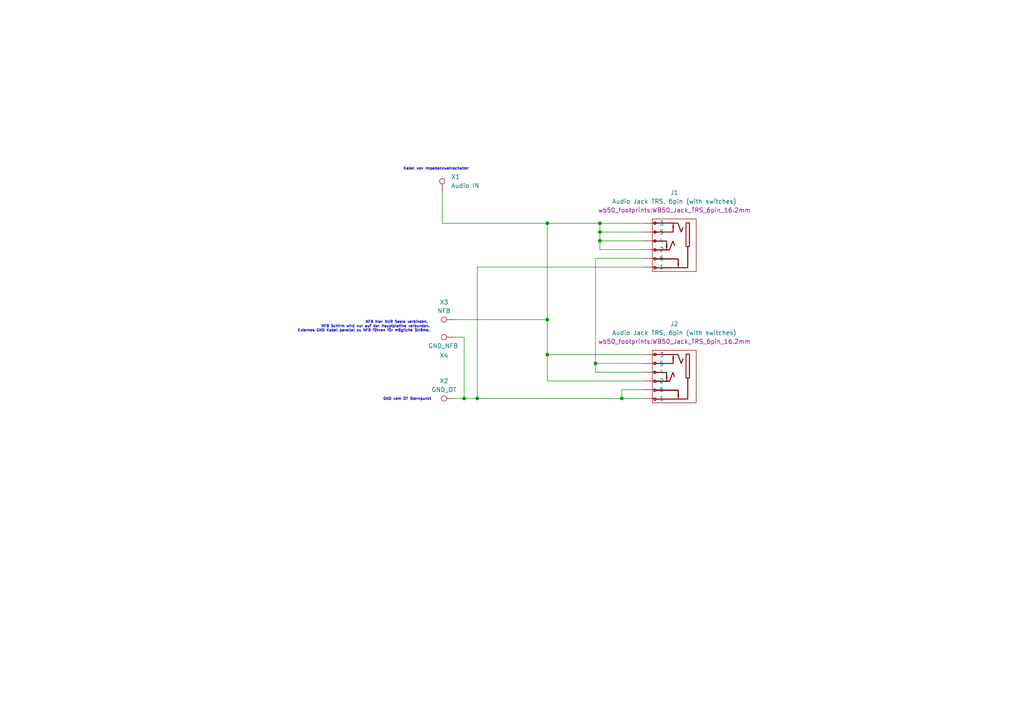
<source format=kicad_sch>
(kicad_sch
	(version 20250114)
	(generator "eeschema")
	(generator_version "9.0")
	(uuid "9821d1ec-5eb6-4f3c-af47-65741d3c97d5")
	(paper "A4")
	(lib_symbols
		(symbol "Connector:TestPoint"
			(pin_numbers
				(hide yes)
			)
			(pin_names
				(offset 0.762)
				(hide yes)
			)
			(exclude_from_sim no)
			(in_bom yes)
			(on_board yes)
			(property "Reference" "TP"
				(at 0 6.858 0)
				(effects
					(font
						(size 1.27 1.27)
					)
				)
			)
			(property "Value" "TestPoint"
				(at 0 5.08 0)
				(effects
					(font
						(size 1.27 1.27)
					)
				)
			)
			(property "Footprint" ""
				(at 5.08 0 0)
				(effects
					(font
						(size 1.27 1.27)
					)
					(hide yes)
				)
			)
			(property "Datasheet" "~"
				(at 5.08 0 0)
				(effects
					(font
						(size 1.27 1.27)
					)
					(hide yes)
				)
			)
			(property "Description" "test point"
				(at 0 0 0)
				(effects
					(font
						(size 1.27 1.27)
					)
					(hide yes)
				)
			)
			(property "ki_keywords" "test point tp"
				(at 0 0 0)
				(effects
					(font
						(size 1.27 1.27)
					)
					(hide yes)
				)
			)
			(property "ki_fp_filters" "Pin* Test*"
				(at 0 0 0)
				(effects
					(font
						(size 1.27 1.27)
					)
					(hide yes)
				)
			)
			(symbol "TestPoint_0_1"
				(circle
					(center 0 3.302)
					(radius 0.762)
					(stroke
						(width 0)
						(type default)
					)
					(fill
						(type none)
					)
				)
			)
			(symbol "TestPoint_1_1"
				(pin passive line
					(at 0 0 90)
					(length 2.54)
					(name "1"
						(effects
							(font
								(size 1.27 1.27)
							)
						)
					)
					(number "1"
						(effects
							(font
								(size 1.27 1.27)
							)
						)
					)
				)
			)
			(embedded_fonts no)
		)
		(symbol "wb50_symbols:WB50_Jack_TRS_6pin_Switched"
			(pin_numbers
				(hide yes)
			)
			(pin_names
				(offset 1.016)
			)
			(exclude_from_sim no)
			(in_bom yes)
			(on_board yes)
			(property "Reference" "J"
				(at -0.254 12.954 0)
				(effects
					(font
						(size 1.27 1.27)
					)
				)
			)
			(property "Value" "Audio Jack TRS, 6pin (with switches)"
				(at 0.254 -14.224 0)
				(effects
					(font
						(size 1.27 1.27)
					)
				)
			)
			(property "Footprint" "wb50_footprints:WB50_Jack_TRS_6pin_16.2mm"
				(at 0 -17.272 0)
				(effects
					(font
						(size 1.27 1.27)
					)
				)
			)
			(property "Datasheet" ""
				(at 0 0 0)
				(effects
					(font
						(size 1.27 1.27)
					)
				)
			)
			(property "Description" ""
				(at 0 0 0)
				(effects
					(font
						(size 1.27 1.27)
					)
					(hide yes)
				)
			)
			(symbol "WB50_Jack_TRS_6pin_Switched_0_0"
				(polyline
					(pts
						(xy 4.445 -6.985) (xy 4.5824 -6.9221) (xy 4.6026 -6.9094) (xy 4.7245 -6.8007) (xy 4.7817 -6.6661)
						(xy 4.7831 -6.4863) (xy 4.7627 -6.3819) (xy 4.6847 -6.2364) (xy 4.5532 -6.15) (xy 4.3668 -6.1214)
						(xy 4.3127 -6.1224) (xy 4.213 -6.1384) (xy 4.1301 -6.1861) (xy 4.0312 -6.2812) (xy 3.8792 -6.4409)
						(xy 0.7426 -6.4409) (xy 0.5169 -6.4409) (xy -0.0343 -6.4406) (xy -0.5126 -6.44) (xy -0.9229 -6.4389)
						(xy -1.2702 -6.4373) (xy -1.5597 -6.4349) (xy -1.7963 -6.4319) (xy -1.985 -6.4279) (xy -2.131 -6.4231)
						(xy -2.2391 -6.4171) (xy -2.3144 -6.4101) (xy -2.362 -6.4018) (xy -2.3869 -6.3922) (xy -2.3941 -6.3811)
						(xy -2.3941 -6.3802) (xy -2.3869 -6.3169) (xy -2.3684 -6.1931) (xy -2.3411 -6.0264) (xy -2.308 -5.8341)
						(xy -2.3038 -5.8101) (xy -2.2687 -5.5949) (xy -2.2515 -5.4487) (xy -2.2515 -5.3635) (xy -2.268 -5.3314)
						(xy -2.2736 -5.3275) (xy -2.2919 -5.2736) (xy -2.3045 -5.1543) (xy -2.3119 -4.9648) (xy -2.3142 -4.7003)
						(xy -2.3142 -4.0846) (xy 0.8182 -4.0846) (xy 1.0208 -4.0846) (xy 1.5685 -4.0847) (xy 2.0434 -4.0849)
						(xy 2.4507 -4.0855) (xy 2.7956 -4.0865) (xy 3.0835 -4.0881) (xy 3.3194 -4.0904) (xy 3.5088 -4.0937)
						(xy 3.6569 -4.0979) (xy 3.7689 -4.1033) (xy 3.85 -4.1099) (xy 3.9055 -4.118) (xy 3.9407 -4.1276)
						(xy 3.9608 -4.139) (xy 3.9711 -4.1521) (xy 3.9768 -4.1672) (xy 4.0127 -4.2292) (xy 4.1148 -4.3154)
						(xy 4.2497 -4.3791) (xy 4.3892 -4.404) (xy 4.4293 -4.4018) (xy 4.5413 -4.3641) (xy 4.6588 -4.2683)
						(xy 4.7389 -4.1777) (xy 4.7832 -4.0826) (xy 4.7937 -3.9588) (xy 4.7674 -3.7936) (xy 4.679 -3.6489)
						(xy 4.5347 -3.5574) (xy 4.341 -3.5255) (xy 4.3116 -3.5274) (xy 4.1931 -3.5625) (xy 4.0779 -3.629)
						(xy 3.9905 -3.71) (xy 3.9559 -3.7886) (xy 3.9559 -3.789) (xy 3.9461 -3.7993) (xy 3.9146 -3.8083)
						(xy 3.8565 -3.8161) (xy 3.767 -3.8228) (xy 3.6413 -3.8283) (xy 3.4745 -3.8329) (xy 3.2618 -3.8366)
						(xy 2.9982 -3.8395) (xy 2.679 -3.8417) (xy 2.2994 -3.8433) (xy 1.8544 -3.8443) (xy 1.3392 -3.8448)
						(xy 0.749 -3.845) (xy 0.6328 -3.845) (xy 0.0309 -3.8454) (xy -0.4958 -3.8464) (xy -0.9512 -3.8481)
						(xy -1.3394 -3.8505) (xy -1.6643 -3.8537) (xy -1.9298 -3.8578) (xy -2.1399 -3.8628) (xy -2.2987 -3.8687)
						(xy -2.4099 -3.8757) (xy -2.4777 -3.8837) (xy -2.5059 -3.8929) (xy -2.5152 -3.9081) (xy -2.5326 -3.9865)
						(xy -2.5351 -4.0168) (xy 4.1318 -4.0168) (xy 4.1348 -3.9296) (xy 4.1419 -3.9048) (xy 4.2103 -3.7934)
						(xy 4.312 -3.7337) (xy 4.4254 -3.7329) (xy 4.5288 -3.7982) (xy 4.5802 -3.8836) (xy 4.5846 -4.0079)
						(xy 4.515 -4.1246) (xy 4.5051 -4.1342) (xy 4.417 -4.1939) (xy 4.3289 -4.1891) (xy 4.2179 -4.1193)
						(xy 4.1829 -4.0898) (xy 4.1318 -4.0168) (xy -2.5351 -4.0168) (xy -2.5446 -4.1292) (xy -2.5516 -4.3415)
						(xy -2.5538 -4.6284) (xy -2.5547 -4.8263) (xy -2.5594 -5.051) (xy -2.5683 -5.2062) (xy -2.582 -5.2977)
						(xy -2.6009 -5.3317) (xy -2.6101 -5.3446) (xy -2.6163 -5.425) (xy -2.606 -5.5717) (xy -2.5801 -5.7769)
						(xy -2.5395 -6.0326) (xy -2.4851 -6.3311) (xy -2.464 -6.4409) (xy -3.7669 -6.4409) (xy -5.0699 -6.4409)
						(xy -5.0699 -3.4675) (xy -5.0699 -0.4941) (xy -4.8203 -0.4822) (xy -4.5707 -0.4703) (xy -4.5707 3.0442)
						(xy -4.5707 6.5586) (xy -5.1467 6.5697) (xy -5.3073 6.5721) (xy -5.5058 6.5714) (xy -5.6402 6.5645)
						(xy -5.7201 6.5509) (xy -5.7551 6.5298) (xy -5.7588 6.5012) (xy -5.7636 6.3976) (xy -5.7681 6.2245)
						(xy -5.7722 5.9878) (xy -5.776 5.6932) (xy -5.7794 5.3468) (xy -5.7823 4.9544) (xy -5.7847 4.5218)
						(xy -5.7865 4.055) (xy -5.7877 3.5598) (xy -5.7881 3.0422) (xy -5.7881 2.647) (xy -5.7876 2.0554)
						(xy -5.7865 1.5374) (xy -5.7848 1.0893) (xy -5.7823 0.7071) (xy -5.7791 0.3872) (xy -5.775 0.1256)
						(xy -5.7701 -0.0816) (xy -5.7643 -0.2381) (xy -5.7613 -0.2866) (xy -5.5491 -0.2866) (xy -5.5491 3.0461)
						(xy -5.5491 6.3789) (xy -5.1498 6.3789) (xy -4.7504 6.3789) (xy -4.7504 3.0457) (xy -4.7504 -0.2876)
						(xy -5.1498 -0.2871) (xy -5.5491 -0.2866) (xy -5.7613 -0.2866) (xy -5.7575 -0.3478) (xy -5.7497 -0.4146)
						(xy -5.7408 -0.4424) (xy -5.7089 -0.4598) (xy -5.6104 -0.4817) (xy -5.4815 -0.4903) (xy -5.2701 -0.4903)
						(xy -5.2598 -3.5554) (xy -5.25 -6.498) (xy 4.1274 -6.498) (xy 4.1955 -6.401) (xy 4.3025 -6.3359)
						(xy 4.4259 -6.3282) (xy 4.5321 -6.3839) (xy 4.5588 -6.4201) (xy 4.5905 -6.5242) (xy 4.5864 -6.6336)
						(xy 4.545 -6.7107) (xy 4.4488 -6.7682) (xy 4.3291 -6.776) (xy 4.2162 -6.7048) (xy 4.2094 -6.6979)
						(xy 4.1317 -6.5918) (xy 4.1274 -6.498) (xy -5.25 -6.498) (xy -5.2496 -6.6206) (xy -0.6677 -6.6308)
						(xy 3.9141 -6.6409) (xy 3.9775 -6.7636) (xy 4.0589 -6.8657) (xy 4.1682 -6.9416) (xy 4.3147 -6.9895)
						(xy 4.445 -6.985)
					)
					(stroke
						(width 0.01)
						(type default)
					)
					(fill
						(type outline)
					)
				)
				(polyline
					(pts
						(xy 4.5079 -1.7797) (xy 4.6588 -1.6724) (xy 4.7661 -1.5175) (xy 4.798 -1.3434) (xy 4.7512 -1.1577)
						(xy 4.6935 -1.0694) (xy 4.5677 -0.9774) (xy 4.4146 -0.9365) (xy 4.2555 -0.9476) (xy 4.1116 -1.0113)
						(xy 4.0042 -1.1287) (xy 3.9359 -1.2486) (xy 2.4683 -1.2488) (xy 2.1269 -1.2483) (xy 1.7677 -1.2462)
						(xy 1.4819 -1.2421) (xy 1.2659 -1.2361) (xy 1.1161 -1.228) (xy 1.0288 -1.2177) (xy 1.0006 -1.2051)
						(xy 1.0007 -1.2026) (xy 1.0084 -1.1404) (xy 1.0269 -1.0178) (xy 1.0535 -0.8514) (xy 1.0856 -0.6577)
						(xy 1.0871 -0.6488) (xy 1.1227 -0.4218) (xy 1.1406 -0.2657) (xy 1.1414 -0.1737) (xy 1.1256 -0.1392)
						(xy 1.1232 -0.1381) (xy 1.1042 -0.0894) (xy 1.0908 0.0297) (xy 1.083 0.2223) (xy 1.0804 0.4915)
						(xy 1.0804 1.1072) (xy 2.5155 1.1072) (xy 2.5468 1.1072) (xy 2.9173 1.107) (xy 3.2164 1.1063)
						(xy 3.4519 1.1045) (xy 3.6316 1.1013) (xy 3.7632 1.0963) (xy 3.8547 1.0889) (xy 3.9139 1.0789)
						(xy 3.9485 1.0657) (xy 3.9665 1.049) (xy 3.9755 1.0284) (xy 3.9862 1.0016) (xy 4.0716 0.8962)
						(xy 4.1992 0.8182) (xy 4.3388 0.7877) (xy 4.5294 0.8183) (xy 4.6739 0.9097) (xy 4.7637 1.0576)
						(xy 4.7946 1.2575) (xy 4.7934 1.2895) (xy 4.7484 1.4405) (xy 4.6513 1.5536) (xy 4.5188 1.6251)
						(xy 4.3681 1.6517) (xy 4.216 1.6298) (xy 4.0796 1.5559) (xy 3.9758 1.4265) (xy 3.9144 1.3078)
						(xy 2.3876 1.2974) (xy 0.8608 1.2869) (xy 0.8589 1.1673) (xy 4.1265 1.1673) (xy 4.133 1.2618)
						(xy 4.2137 1.3686) (xy 4.2166 1.3715) (xy 4.3147 1.4484) (xy 4.4024 1.4583) (xy 4.5061 1.4045)
						(xy 4.5345 1.3801) (xy 4.5881 1.2758) (xy 4.5844 1.1562) (xy 4.5219 1.0535) (xy 4.4364 1.0021)
						(xy 4.3122 0.9977) (xy 4.1955 1.0673) (xy 4.1931 1.0697) (xy 4.1265 1.1673) (xy 0.8589 1.1673)
						(xy 0.8498 0.5898) (xy 0.8473 0.4608) (xy 0.8391 0.2212) (xy 0.8277 0.0369) (xy 0.8136 -0.0839)
						(xy 0.7975 -0.1329) (xy 0.7872 -0.1537) (xy 0.7848 -0.2483) (xy 0.8019 -0.4183) (xy 0.8384 -0.6647)
						(xy 0.8426 -0.6904) (xy 0.8731 -0.8817) (xy 0.8979 -1.0432) (xy 0.9146 -1.1586) (xy 0.9207 -1.2115)
						(xy 0.9187 -1.2166) (xy 0.8636 -1.234) (xy 0.7391 -1.2422) (xy 0.5534 -1.2406) (xy 0.1862 -1.2291)
						(xy -0.2954 0.0284) (xy -0.3814 0.2522) (xy -0.5059 0.572) (xy -0.6079 0.8259) (xy -0.6905 1.0195)
						(xy -0.7569 1.1585) (xy -0.81 1.2486) (xy -0.8531 1.2955) (xy -0.8892 1.3048) (xy -0.9214 1.2823)
						(xy -0.9529 1.2335) (xy -0.9586 1.2224) (xy -1.0054 1.118) (xy -1.0655 0.9673) (xy -1.1336 0.7852)
						(xy -1.2045 0.587) (xy -1.2731 0.3877) (xy -1.334 0.2026) (xy -1.382 0.0467) (xy -1.4121 -0.0649)
						(xy -1.4188 -0.117) (xy -1.3967 -0.1461) (xy -1.3269 -0.1634) (xy -1.2919 -0.1369) (xy -1.2353 -0.0453)
						(xy -1.1617 0.1152) (xy -1.0692 0.3488) (xy -1.0536 0.3901) (xy -0.9845 0.5728) (xy -0.9265 0.7256)
						(xy -0.8855 0.8338) (xy -0.867 0.8821) (xy -0.8507 0.8605) (xy -0.8108 0.7751) (xy -0.7523 0.6364)
						(xy -0.6797 0.4554) (xy -0.5977 0.2431) (xy -0.5475 0.111) (xy -0.4421 -0.1666) (xy -0.3347 -0.4495)
						(xy -0.2353 -0.711) (xy -0.1542 -0.9246) (xy -0.1408 -0.9598) (xy -0.0673 -1.1427) (xy -0.0001 -1.296)
						(xy 0.0454 -1.3874) (xy 4.1279 -1.3874) (xy 4.129 -1.2995) (xy 4.1955 -1.2091) (xy 4.265 -1.1556)
						(xy 4.3792 -1.1347) (xy 4.5061 -1.1914) (xy 4.5201 -1.2021) (xy 4.5844 -1.2999) (xy 4.5829 -1.4168)
						(xy 4.515 -1.5286) (xy 4.4084 -1.5978) (xy 4.3012 -1.5903) (xy 4.1984 -1.5033) (xy 4.1926 -1.4959)
						(xy 4.1279 -1.3874) (xy 0.0454 -1.3874) (xy 0.0539 -1.4045) (xy 0.0877 -1.4531) (xy 0.1373 -1.46)
						(xy 0.2587 -1.4665) (xy 0.444 -1.4724) (xy 0.6851 -1.4776) (xy 0.9739 -1.4819) (xy 1.3023 -1.4851)
						(xy 1.6625 -1.4873) (xy 2.0462 -1.4881) (xy 2.4325 -1.4883) (xy 2.8073 -1.4887) (xy 3.115 -1.4897)
						(xy 3.3622 -1.4915) (xy 3.5558 -1.4945) (xy 3.7025 -1.4988) (xy 3.809 -1.5049) (xy 3.8822 -1.513)
						(xy 3.9288 -1.5234) (xy 3.9556 -1.5364) (xy 3.9693 -1.5523) (xy 3.9768 -1.5713) (xy 3.9799 -1.5798)
						(xy 4.0374 -1.6575) (xy 4.1292 -1.7309) (xy 4.176 -1.7571) (xy 4.3476 -1.8079) (xy 4.5079 -1.7797)
					)
					(stroke
						(width 0.01)
						(type default)
					)
					(fill
						(type outline)
					)
				)
				(polyline
					(pts
						(xy 4.5971 3.4247) (xy 4.6149 3.4356) (xy 4.7053 3.5351) (xy 4.7699 3.6791) (xy 4.7946 3.8379)
						(xy 4.7864 3.9109) (xy 4.7198 4.0607) (xy 4.6031 4.1801) (xy 4.4566 4.2446) (xy 4.3861 4.2504)
						(xy 4.2225 4.2184) (xy 4.0746 4.1358) (xy 3.9731 4.0172) (xy 3.9139 3.9028) (xy 1.5387 3.9028)
						(xy -0.8365 3.9028) (xy -0.8365 4.5418) (xy -0.8358 4.7693) (xy -0.8326 4.9468) (xy -0.8259 5.0657)
						(xy -0.8146 5.137) (xy -0.7976 5.1717) (xy -0.7739 5.1808) (xy -0.7382 5.1917) (xy -0.7322 5.2507)
						(xy -0.7391 5.2785) (xy -0.7595 5.3801) (xy -0.7864 5.5277) (xy -0.8158 5.7) (xy -0.8304 5.7876)
						(xy -0.8596 5.9599) (xy -0.8844 6.1019) (xy -0.9006 6.1892) (xy -0.9228 6.299) (xy 1.4891 6.299)
						(xy 3.901 6.299) (xy 3.9922 6.1756) (xy 4.02 6.1407) (xy 4.1652 6.0206) (xy 4.3305 5.9648) (xy 4.4979 5.9805)
						(xy 4.4993 5.9809) (xy 4.6181 6.0427) (xy 4.7141 6.1276) (xy 4.755 6.1988) (xy 4.7913 6.3538)
						(xy 4.7832 6.5178) (xy 4.7295 6.6538) (xy 4.7165 6.6709) (xy 4.5931 6.7705) (xy 4.4351 6.8292)
						(xy 4.2785 6.8328) (xy 4.178 6.7934) (xy 4.071 6.7189) (xy 3.9888 6.6318) (xy 3.9559 6.5534) (xy 3.9525 6.5475)
						(xy 3.9281 6.5381) (xy 3.876 6.5298) (xy 3.7916 6.5225) (xy 3.67 6.5163) (xy 3.5066 6.5109) (xy 3.2966 6.5062)
						(xy 3.0352 6.5022) (xy 2.7177 6.4988) (xy 2.3393 6.4959) (xy 1.8953 6.4933) (xy 1.3809 6.4911)
						(xy 0.7914 6.489) (xy -2.373 6.4788) (xy -2.3995 6.4099) (xy 4.1229 6.4099) (xy 4.1592 6.4933)
						(xy 4.2013 6.5463) (xy 4.3079 6.6045) (xy 4.4278 6.6102) (xy 4.53 6.5579) (xy 4.5822 6.4687) (xy 4.5873 6.3474)
						(xy 4.5321 6.242) (xy 4.5005 6.216) (xy 4.3844 6.1784) (xy 4.2636 6.2021) (xy 4.1689 6.2837) (xy 4.1345 6.3418)
						(xy 4.1229 6.4099) (xy -2.3995 6.4099) (xy -2.8129 5.3335) (xy -2.8602 5.2105) (xy -2.9669 4.9346)
						(xy -3.0635 4.6871) (xy -3.1463 4.4773) (xy -3.2117 4.3143) (xy -3.2559 4.2075) (xy -3.2753 4.166)
						(xy -3.2771 4.1656) (xy -3.302 4.2035) (xy -3.3465 4.3013) (xy -3.4049 4.4457) (xy -3.4714 4.6235)
						(xy -3.4769 4.6386) (xy -3.5468 4.8256) (xy -3.6113 4.9882) (xy -3.6634 5.1093) (xy -3.696 5.172)
						(xy -3.7162 5.1976) (xy -3.7569 5.2191) (xy -3.8114 5.1774) (xy -3.8257 5.1609) (xy -3.8394 5.127)
						(xy -3.8384 5.0748) (xy -3.8199 4.9932) (xy -3.7812 4.8707) (xy -3.7193 4.6963) (xy -3.6315 4.4586)
						(xy -3.5645 4.2821) (xy -3.4849 4.082) (xy -3.4151 3.9165) (xy -3.3607 3.799) (xy -3.3276 3.7431)
						(xy -3.311 3.727) (xy -3.2646 3.7048) (xy -3.2192 3.7485) (xy -3.2053 3.7751) (xy -3.1632 3.8714)
						(xy -3.0991 4.027) (xy -3.0167 4.2326) (xy -2.9196 4.4789) (xy -2.8117 4.7566) (xy -2.6966 5.0565)
						(xy -2.2226 6.299) (xy -1.5887 6.299) (xy -0.9548 6.299) (xy -0.9753 6.2092) (xy -0.9769 6.2021)
						(xy -0.992 6.1249) (xy -1.0157 5.9967) (xy -1.0449 5.8361) (xy -1.0761 5.6615) (xy -1.1061 5.4915)
						(xy -1.1317 5.3445) (xy -1.1494 5.2391) (xy -1.156 5.1938) (xy -1.1497 5.188) (xy -1.097 5.1808)
						(xy -1.0948 5.1807) (xy -1.0739 5.1673) (xy -1.0581 5.124) (xy -1.0465 5.0408) (xy -1.0381 4.9078)
						(xy -1.032 4.7148) (xy -1.0271 4.4519) (xy -1.0169 3.7657) (xy 4.1257 3.7657) (xy 4.1342 3.8597)
						(xy 4.2162 3.967) (xy 4.2246 3.9753) (xy 4.3176 4.0401) (xy 4.4059 4.041) (xy 4.4131 4.0388) (xy 4.5252 3.97)
						(xy 4.5852 3.8671) (xy 4.5863 3.7526) (xy 4.5219 3.6494) (xy 4.4364 3.598) (xy 4.3122 3.5936)
						(xy 4.1955 3.6632) (xy 4.1896 3.6692) (xy 4.1257 3.7657) (xy -1.0169 3.7657) (xy -1.0163 3.7231)
						(xy 1.4672 3.7128) (xy 1.6572 3.712) (xy 2.1368 3.7099) (xy 2.5446 3.7078) (xy 2.8864 3.7054)
						(xy 3.1681 3.7027) (xy 3.3957 3.6993) (xy 3.575 3.695) (xy 3.7121 3.6897) (xy 3.8126 3.6831) (xy 3.8827 3.6751)
						(xy 3.9281 3.6654) (xy 3.9548 3.6537) (xy 3.9687 3.64) (xy 3.9756 3.624) (xy 4.0228 3.5456) (xy 4.1034 3.4645)
						(xy 4.1507 3.4351) (xy 4.297 3.3911) (xy 4.459 3.3866) (xy 4.5971 3.4247)
					)
					(stroke
						(width 0.01)
						(type default)
					)
					(fill
						(type outline)
					)
				)
			)
			(symbol "WB50_Jack_TRS_6pin_Switched_0_1"
				(rectangle
					(start -7.62 7.62)
					(end 5.08 -7.62)
					(stroke
						(width 0)
						(type default)
					)
					(fill
						(type none)
					)
				)
			)
			(symbol "WB50_Jack_TRS_6pin_Switched_1_1"
				(pin passive line
					(at 7.62 6.35 180)
					(length 3.5)
					(name "3"
						(effects
							(font
								(size 1.27 1.27)
							)
						)
					)
					(number "3"
						(effects
							(font
								(size 1.27 1.27)
							)
						)
					)
				)
				(pin passive line
					(at 7.62 3.81 180)
					(length 3.5)
					(name "5"
						(effects
							(font
								(size 1.27 1.27)
							)
						)
					)
					(number "5"
						(effects
							(font
								(size 1.27 1.27)
							)
						)
					)
				)
				(pin passive line
					(at 7.62 1.27 180)
					(length 3.5)
					(name "4"
						(effects
							(font
								(size 1.27 1.27)
							)
						)
					)
					(number "4"
						(effects
							(font
								(size 1.27 1.27)
							)
						)
					)
				)
				(pin passive line
					(at 7.62 -1.27 180)
					(length 3.5)
					(name "2"
						(effects
							(font
								(size 1.27 1.27)
							)
						)
					)
					(number "2"
						(effects
							(font
								(size 1.27 1.27)
							)
						)
					)
				)
				(pin passive line
					(at 7.62 -3.81 180)
					(length 3.5)
					(name "6"
						(effects
							(font
								(size 1.27 1.27)
							)
						)
					)
					(number "6"
						(effects
							(font
								(size 1.27 1.27)
							)
						)
					)
				)
				(pin passive line
					(at 7.62 -6.35 180)
					(length 3.5)
					(name "1"
						(effects
							(font
								(size 1.27 1.27)
							)
						)
					)
					(number "1"
						(effects
							(font
								(size 1.27 1.27)
							)
						)
					)
				)
			)
			(embedded_fonts no)
		)
	)
	(text "Kabel von Impedanzwahlschalter"
		(exclude_from_sim no)
		(at 126.492 49.022 0)
		(effects
			(font
				(size 0.762 0.762)
			)
		)
		(uuid "1b266b62-7a6f-401a-8ac6-7389567b7143")
	)
	(text "NFB hier NUR Seele verbinden. \nNFB Schirm wird nur auf der Hauptplatine verbunden.\nExternes GND Kabel parallel zu NFB führen für mögliche Ströme."
		(exclude_from_sim no)
		(at 124.714 94.742 0)
		(effects
			(font
				(size 0.762 0.762)
			)
			(justify right)
		)
		(uuid "61782515-fbfd-4af1-986b-d7bdeea31f85")
	)
	(text "GND vom OT Sternpunkt"
		(exclude_from_sim no)
		(at 118.11 115.824 0)
		(effects
			(font
				(size 0.762 0.762)
			)
		)
		(uuid "76c33f48-1f2e-4d12-87d8-6c82640df007")
	)
	(junction
		(at 173.99 67.31)
		(diameter 0)
		(color 0 0 0 0)
		(uuid "00033e26-b0f7-420f-af93-6231fe214aeb")
	)
	(junction
		(at 180.34 115.57)
		(diameter 0)
		(color 0 0 0 0)
		(uuid "0434d75f-beda-4991-8d18-58b1f4997179")
	)
	(junction
		(at 158.75 64.77)
		(diameter 0)
		(color 0 0 0 0)
		(uuid "35d875a7-4ac0-4e06-b94c-7656a98e6635")
	)
	(junction
		(at 158.75 102.87)
		(diameter 0)
		(color 0 0 0 0)
		(uuid "386940c4-07d2-42ab-a7ec-fd0dad970670")
	)
	(junction
		(at 172.72 105.41)
		(diameter 0)
		(color 0 0 0 0)
		(uuid "7f336058-bb95-46fb-989b-c2238853a288")
	)
	(junction
		(at 134.62 115.57)
		(diameter 0)
		(color 0 0 0 0)
		(uuid "820bf160-9fd1-4602-af4d-6825e6ea44ce")
	)
	(junction
		(at 158.75 92.71)
		(diameter 0)
		(color 0 0 0 0)
		(uuid "8819cafc-a98a-46f3-b757-5ca1a876b9cc")
	)
	(junction
		(at 173.99 64.77)
		(diameter 0)
		(color 0 0 0 0)
		(uuid "a401f152-2151-4406-9140-40bc0946e845")
	)
	(junction
		(at 138.43 115.57)
		(diameter 0)
		(color 0 0 0 0)
		(uuid "abb9b1e7-77b4-4a6e-8df5-905b32c4e444")
	)
	(junction
		(at 173.99 69.85)
		(diameter 0)
		(color 0 0 0 0)
		(uuid "db4ac5b2-0fc2-49f1-b932-c9cc5da82606")
	)
	(wire
		(pts
			(xy 172.72 74.93) (xy 186.69 74.93)
		)
		(stroke
			(width 0)
			(type default)
		)
		(uuid "003dfff0-ace8-4845-8465-85d050eb7993")
	)
	(wire
		(pts
			(xy 173.99 69.85) (xy 186.69 69.85)
		)
		(stroke
			(width 0)
			(type default)
		)
		(uuid "02a28763-eb84-444a-9103-16d1b546d2a6")
	)
	(wire
		(pts
			(xy 180.34 115.57) (xy 138.43 115.57)
		)
		(stroke
			(width 0)
			(type default)
		)
		(uuid "08bdb38d-e220-472e-972d-19a35c84c870")
	)
	(wire
		(pts
			(xy 132.08 92.71) (xy 158.75 92.71)
		)
		(stroke
			(width 0)
			(type default)
		)
		(uuid "0bc0a708-fae1-4515-8b07-aef7715b6aac")
	)
	(wire
		(pts
			(xy 134.62 97.79) (xy 134.62 115.57)
		)
		(stroke
			(width 0)
			(type default)
		)
		(uuid "2b5e0969-1821-4de2-8b18-e5589ec7247f")
	)
	(wire
		(pts
			(xy 173.99 69.85) (xy 173.99 67.31)
		)
		(stroke
			(width 0)
			(type default)
		)
		(uuid "34319007-190f-46ac-b654-e545501778f8")
	)
	(wire
		(pts
			(xy 186.69 115.57) (xy 180.34 115.57)
		)
		(stroke
			(width 0)
			(type default)
		)
		(uuid "35efe5a5-975d-4de1-a4c8-089a213db19c")
	)
	(wire
		(pts
			(xy 186.69 67.31) (xy 173.99 67.31)
		)
		(stroke
			(width 0)
			(type default)
		)
		(uuid "4154f8c9-5780-43c5-a748-72557a26243c")
	)
	(wire
		(pts
			(xy 138.43 77.47) (xy 138.43 115.57)
		)
		(stroke
			(width 0)
			(type default)
		)
		(uuid "4b8ab98b-95eb-49ff-b5ba-114f1ef87b4a")
	)
	(wire
		(pts
			(xy 186.69 105.41) (xy 172.72 105.41)
		)
		(stroke
			(width 0)
			(type default)
		)
		(uuid "4ea4e23c-501e-4529-b43a-2158a3ba0e0e")
	)
	(wire
		(pts
			(xy 158.75 64.77) (xy 173.99 64.77)
		)
		(stroke
			(width 0)
			(type default)
		)
		(uuid "526f9342-e385-4191-a095-7da2fc0f28ca")
	)
	(wire
		(pts
			(xy 186.69 72.39) (xy 173.99 72.39)
		)
		(stroke
			(width 0)
			(type default)
		)
		(uuid "5d12bab3-1d20-4ff4-8991-4bd7b2c02de2")
	)
	(wire
		(pts
			(xy 173.99 64.77) (xy 186.69 64.77)
		)
		(stroke
			(width 0)
			(type default)
		)
		(uuid "5f482f7b-fbc2-483e-897c-6b7a667f201a")
	)
	(wire
		(pts
			(xy 132.08 97.79) (xy 134.62 97.79)
		)
		(stroke
			(width 0)
			(type default)
		)
		(uuid "72954ee9-2a7e-4cef-83cc-6a05a0c0b33d")
	)
	(wire
		(pts
			(xy 172.72 107.95) (xy 172.72 105.41)
		)
		(stroke
			(width 0)
			(type default)
		)
		(uuid "7f061a2e-4184-4652-996e-dd7b6b8c1dbd")
	)
	(wire
		(pts
			(xy 186.69 107.95) (xy 172.72 107.95)
		)
		(stroke
			(width 0)
			(type default)
		)
		(uuid "867e5b8a-502e-4f4c-ba96-d332748ae09f")
	)
	(wire
		(pts
			(xy 128.27 55.88) (xy 128.27 64.77)
		)
		(stroke
			(width 0)
			(type default)
		)
		(uuid "94b335fd-5832-46c1-8a29-d7aae521afc2")
	)
	(wire
		(pts
			(xy 186.69 110.49) (xy 158.75 110.49)
		)
		(stroke
			(width 0)
			(type default)
		)
		(uuid "ab0792a8-f120-4466-9eb3-d7b8a1408223")
	)
	(wire
		(pts
			(xy 173.99 67.31) (xy 173.99 64.77)
		)
		(stroke
			(width 0)
			(type default)
		)
		(uuid "b661e568-c24e-4ed8-8f68-b127084ffdef")
	)
	(wire
		(pts
			(xy 138.43 115.57) (xy 134.62 115.57)
		)
		(stroke
			(width 0)
			(type default)
		)
		(uuid "b8ec461c-bb52-4d87-ae19-1fc6f32db82b")
	)
	(wire
		(pts
			(xy 158.75 92.71) (xy 158.75 64.77)
		)
		(stroke
			(width 0)
			(type default)
		)
		(uuid "ba107a0c-bb93-4af3-8b4e-6324674bd53a")
	)
	(wire
		(pts
			(xy 134.62 115.57) (xy 132.08 115.57)
		)
		(stroke
			(width 0)
			(type default)
		)
		(uuid "be81b502-4f51-495c-babf-ff93468690b9")
	)
	(wire
		(pts
			(xy 158.75 102.87) (xy 158.75 92.71)
		)
		(stroke
			(width 0)
			(type default)
		)
		(uuid "d90229e1-4b48-42a3-881e-5b8de0a95fb9")
	)
	(wire
		(pts
			(xy 186.69 102.87) (xy 158.75 102.87)
		)
		(stroke
			(width 0)
			(type default)
		)
		(uuid "defc7d98-6b42-4102-b77f-e7aa36b04683")
	)
	(wire
		(pts
			(xy 158.75 110.49) (xy 158.75 102.87)
		)
		(stroke
			(width 0)
			(type default)
		)
		(uuid "e98631cf-ecf8-437d-aad9-d33555da4a1e")
	)
	(wire
		(pts
			(xy 173.99 72.39) (xy 173.99 69.85)
		)
		(stroke
			(width 0)
			(type default)
		)
		(uuid "e9f207e7-555f-41c7-803c-a8420546c2a6")
	)
	(wire
		(pts
			(xy 172.72 105.41) (xy 172.72 74.93)
		)
		(stroke
			(width 0)
			(type default)
		)
		(uuid "ec26045b-571c-4f08-ad5a-09137d893920")
	)
	(wire
		(pts
			(xy 128.27 64.77) (xy 158.75 64.77)
		)
		(stroke
			(width 0)
			(type default)
		)
		(uuid "ef88579a-2311-4973-aee0-ca8c2317a7d2")
	)
	(wire
		(pts
			(xy 186.69 77.47) (xy 138.43 77.47)
		)
		(stroke
			(width 0)
			(type default)
		)
		(uuid "f249ad18-769b-4765-91f7-9ad7aa53979f")
	)
	(wire
		(pts
			(xy 180.34 113.03) (xy 180.34 115.57)
		)
		(stroke
			(width 0)
			(type default)
		)
		(uuid "f58c82c4-d5cb-4807-82a4-d9d8d69729d1")
	)
	(wire
		(pts
			(xy 186.69 113.03) (xy 180.34 113.03)
		)
		(stroke
			(width 0)
			(type default)
		)
		(uuid "f678d05a-9433-4a84-a6cc-f05779f4fd12")
	)
	(symbol
		(lib_id "Connector:TestPoint")
		(at 132.08 97.79 90)
		(unit 1)
		(exclude_from_sim no)
		(in_bom yes)
		(on_board yes)
		(dnp no)
		(uuid "1be8965d-4957-47cf-b726-306aee0dc3f2")
		(property "Reference" "X4"
			(at 128.778 103.124 90)
			(effects
				(font
					(size 1.27 1.27)
				)
			)
		)
		(property "Value" "GND_NFB"
			(at 128.524 100.33 90)
			(effects
				(font
					(size 1.27 1.27)
				)
			)
		)
		(property "Footprint" "TestPoint:TestPoint_THTPad_D4.0mm_Drill2.0mm"
			(at 132.08 92.71 0)
			(effects
				(font
					(size 1.27 1.27)
				)
				(hide yes)
			)
		)
		(property "Datasheet" "~"
			(at 132.08 92.71 0)
			(effects
				(font
					(size 1.27 1.27)
				)
				(hide yes)
			)
		)
		(property "Description" "test point"
			(at 132.08 97.79 0)
			(effects
				(font
					(size 1.27 1.27)
				)
				(hide yes)
			)
		)
		(pin "1"
			(uuid "78076ec5-2b46-4099-a76f-1b45351426a7")
		)
		(instances
			(project "wb50_back"
				(path "/9821d1ec-5eb6-4f3c-af47-65741d3c97d5"
					(reference "X4")
					(unit 1)
				)
			)
		)
	)
	(symbol
		(lib_id "Connector:TestPoint")
		(at 128.27 55.88 0)
		(unit 1)
		(exclude_from_sim no)
		(in_bom yes)
		(on_board yes)
		(dnp no)
		(fields_autoplaced yes)
		(uuid "2e1c39e0-b170-4f29-b545-d39210f7ec6d")
		(property "Reference" "X1"
			(at 130.81 51.3079 0)
			(effects
				(font
					(size 1.27 1.27)
				)
				(justify left)
			)
		)
		(property "Value" "Audio IN"
			(at 130.81 53.8479 0)
			(effects
				(font
					(size 1.27 1.27)
				)
				(justify left)
			)
		)
		(property "Footprint" "TestPoint:TestPoint_THTPad_D4.0mm_Drill2.0mm"
			(at 133.35 55.88 0)
			(effects
				(font
					(size 1.27 1.27)
				)
				(hide yes)
			)
		)
		(property "Datasheet" "~"
			(at 133.35 55.88 0)
			(effects
				(font
					(size 1.27 1.27)
				)
				(hide yes)
			)
		)
		(property "Description" "test point"
			(at 128.27 55.88 0)
			(effects
				(font
					(size 1.27 1.27)
				)
				(hide yes)
			)
		)
		(pin "1"
			(uuid "d83f908d-94f6-4b2d-9c7c-7706111cf200")
		)
		(instances
			(project ""
				(path "/9821d1ec-5eb6-4f3c-af47-65741d3c97d5"
					(reference "X1")
					(unit 1)
				)
			)
		)
	)
	(symbol
		(lib_id "Connector:TestPoint")
		(at 132.08 115.57 90)
		(unit 1)
		(exclude_from_sim no)
		(in_bom yes)
		(on_board yes)
		(dnp no)
		(fields_autoplaced yes)
		(uuid "444bf93e-f959-417a-9ac7-65bb945d1683")
		(property "Reference" "X2"
			(at 128.778 110.49 90)
			(effects
				(font
					(size 1.27 1.27)
				)
			)
		)
		(property "Value" "GND_OT"
			(at 128.778 113.03 90)
			(effects
				(font
					(size 1.27 1.27)
				)
			)
		)
		(property "Footprint" "TestPoint:TestPoint_THTPad_D4.0mm_Drill2.0mm"
			(at 132.08 110.49 0)
			(effects
				(font
					(size 1.27 1.27)
				)
				(hide yes)
			)
		)
		(property "Datasheet" "~"
			(at 132.08 110.49 0)
			(effects
				(font
					(size 1.27 1.27)
				)
				(hide yes)
			)
		)
		(property "Description" "test point"
			(at 132.08 115.57 0)
			(effects
				(font
					(size 1.27 1.27)
				)
				(hide yes)
			)
		)
		(pin "1"
			(uuid "dd2cd739-09ba-47bb-9f9c-81979a3f66e3")
		)
		(instances
			(project "wb50_back"
				(path "/9821d1ec-5eb6-4f3c-af47-65741d3c97d5"
					(reference "X2")
					(unit 1)
				)
			)
		)
	)
	(symbol
		(lib_id "Connector:TestPoint")
		(at 132.08 92.71 90)
		(unit 1)
		(exclude_from_sim no)
		(in_bom yes)
		(on_board yes)
		(dnp no)
		(fields_autoplaced yes)
		(uuid "5b971bab-0286-48bb-a1ee-920ffd709e92")
		(property "Reference" "X3"
			(at 128.778 87.63 90)
			(effects
				(font
					(size 1.27 1.27)
				)
			)
		)
		(property "Value" "NFB"
			(at 128.778 90.17 90)
			(effects
				(font
					(size 1.27 1.27)
				)
			)
		)
		(property "Footprint" "TestPoint:TestPoint_THTPad_D1.5mm_Drill0.7mm"
			(at 132.08 87.63 0)
			(effects
				(font
					(size 1.27 1.27)
				)
				(hide yes)
			)
		)
		(property "Datasheet" "~"
			(at 132.08 87.63 0)
			(effects
				(font
					(size 1.27 1.27)
				)
				(hide yes)
			)
		)
		(property "Description" "test point"
			(at 132.08 92.71 0)
			(effects
				(font
					(size 1.27 1.27)
				)
				(hide yes)
			)
		)
		(pin "1"
			(uuid "7497bae7-96f1-4e24-ba4c-f89b6d7e67f7")
		)
		(instances
			(project "wb50_back"
				(path "/9821d1ec-5eb6-4f3c-af47-65741d3c97d5"
					(reference "X3")
					(unit 1)
				)
			)
		)
	)
	(symbol
		(lib_id "wb50_symbols:WB50_Jack_TRS_6pin_Switched")
		(at 194.31 109.22 0)
		(mirror y)
		(unit 1)
		(exclude_from_sim no)
		(in_bom yes)
		(on_board yes)
		(dnp no)
		(fields_autoplaced yes)
		(uuid "7711bf52-76dd-4b43-92e6-49244ee612e4")
		(property "Reference" "J2"
			(at 195.58 93.98 0)
			(effects
				(font
					(size 1.27 1.27)
				)
			)
		)
		(property "Value" "Audio Jack TRS, 6pin (with switches)"
			(at 195.58 96.52 0)
			(effects
				(font
					(size 1.27 1.27)
				)
			)
		)
		(property "Footprint" "wb50_footprints:WB50_Jack_TRS_6pin_16.2mm"
			(at 195.58 99.06 0)
			(effects
				(font
					(size 1.27 1.27)
				)
			)
		)
		(property "Datasheet" ""
			(at 194.31 109.22 0)
			(effects
				(font
					(size 1.27 1.27)
				)
			)
		)
		(property "Description" ""
			(at 194.31 109.22 0)
			(effects
				(font
					(size 1.27 1.27)
				)
				(hide yes)
			)
		)
		(pin "6"
			(uuid "6a7b3850-5c8a-4e93-8170-f5442813fd84")
		)
		(pin "5"
			(uuid "1102df32-1643-4775-a9b6-63f7bf352152")
		)
		(pin "2"
			(uuid "23d7de3c-7768-4a46-9bdc-cf9a5e3f630f")
		)
		(pin "4"
			(uuid "9846ba01-9e0d-4b45-b5b4-4bbfcce9987d")
		)
		(pin "3"
			(uuid "99f2ac38-7eae-4fd1-8fcb-0b75d01b95b2")
		)
		(pin "1"
			(uuid "b7246851-d070-4c09-873c-0101ef822b4a")
		)
		(instances
			(project "wb50_back"
				(path "/9821d1ec-5eb6-4f3c-af47-65741d3c97d5"
					(reference "J2")
					(unit 1)
				)
			)
		)
	)
	(symbol
		(lib_id "wb50_symbols:WB50_Jack_TRS_6pin_Switched")
		(at 194.31 71.12 0)
		(mirror y)
		(unit 1)
		(exclude_from_sim no)
		(in_bom yes)
		(on_board yes)
		(dnp no)
		(fields_autoplaced yes)
		(uuid "d02e670c-1007-499e-96d4-e729b8329f8e")
		(property "Reference" "J1"
			(at 195.58 55.88 0)
			(effects
				(font
					(size 1.27 1.27)
				)
			)
		)
		(property "Value" "Audio Jack TRS, 6pin (with switches)"
			(at 195.58 58.42 0)
			(effects
				(font
					(size 1.27 1.27)
				)
			)
		)
		(property "Footprint" "wb50_footprints:WB50_Jack_TRS_6pin_16.2mm"
			(at 195.58 60.96 0)
			(effects
				(font
					(size 1.27 1.27)
				)
			)
		)
		(property "Datasheet" ""
			(at 194.31 71.12 0)
			(effects
				(font
					(size 1.27 1.27)
				)
			)
		)
		(property "Description" ""
			(at 194.31 71.12 0)
			(effects
				(font
					(size 1.27 1.27)
				)
				(hide yes)
			)
		)
		(pin "6"
			(uuid "1250ab49-8b54-4fc0-883a-0e7f65cecd62")
		)
		(pin "5"
			(uuid "8579745e-aaa4-4350-b8ee-d313309fb41d")
		)
		(pin "2"
			(uuid "029e99cb-329a-47d3-ba35-4964d64bad28")
		)
		(pin "4"
			(uuid "8c4902f2-7b76-471b-9925-5bcbafb0f931")
		)
		(pin "3"
			(uuid "64183f31-86b0-4a84-baae-8c633f4d7a5b")
		)
		(pin "1"
			(uuid "9cbe029e-7701-4d2d-bc98-f8e604a19568")
		)
		(instances
			(project ""
				(path "/9821d1ec-5eb6-4f3c-af47-65741d3c97d5"
					(reference "J1")
					(unit 1)
				)
			)
		)
	)
	(sheet_instances
		(path "/"
			(page "1")
		)
	)
	(embedded_fonts no)
)

</source>
